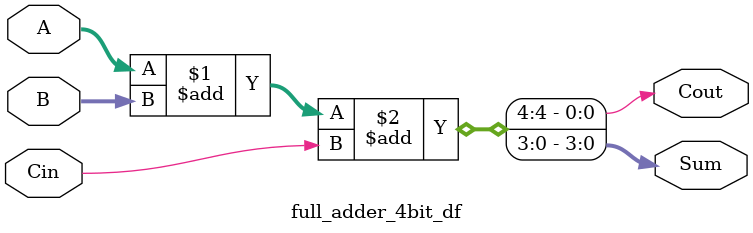
<source format=v>
`timescale 1ns / 1ps


module full_adder_4bit_df(Sum,Cout,A,B,Cin);
    input [3:0] A,B;
    input Cin;
    output [3:0] Sum;
    output Cout;
    
    assign {Cout,Sum} = A+B+Cin;
endmodule

</source>
